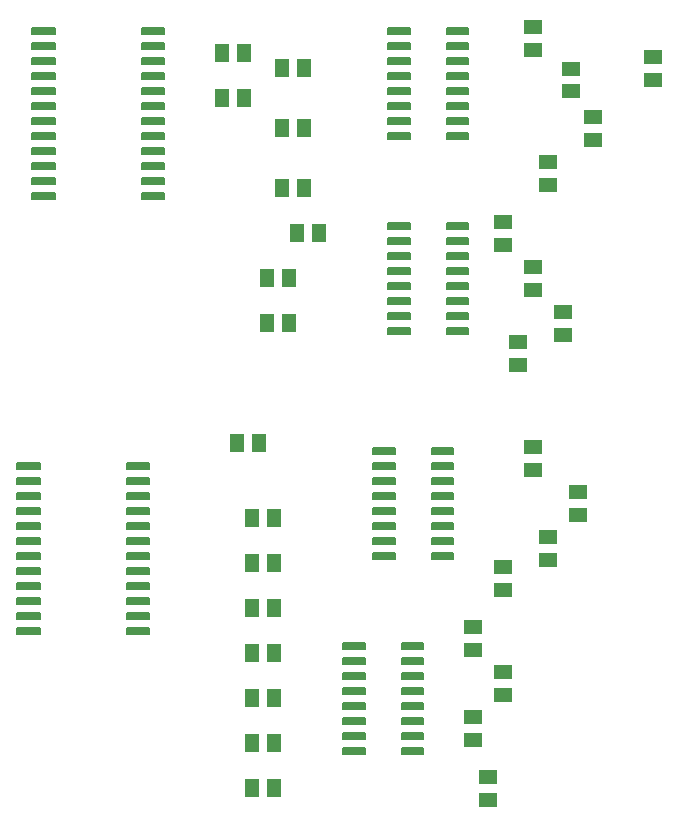
<source format=gtp>
G04 EAGLE Gerber RS-274X export*
G75*
%MOMM*%
%FSLAX34Y34*%
%LPD*%
%INSolderpaste Top*%
%IPPOS*%
%AMOC8*
5,1,8,0,0,1.08239X$1,22.5*%
G01*
%ADD10R,1.300000X1.500000*%
%ADD11R,1.500000X1.300000*%
%ADD12C,0.150000*%


D10*
X365100Y838200D03*
X346100Y838200D03*
X390500Y444500D03*
X371500Y444500D03*
X390500Y406400D03*
X371500Y406400D03*
X390500Y368300D03*
X371500Y368300D03*
X371500Y330200D03*
X390500Y330200D03*
X371500Y292100D03*
X390500Y292100D03*
X371500Y254000D03*
X390500Y254000D03*
X371500Y215900D03*
X390500Y215900D03*
D11*
X609600Y841400D03*
X609600Y860400D03*
X584200Y676300D03*
X584200Y695300D03*
X609600Y485800D03*
X609600Y504800D03*
D10*
X415900Y825500D03*
X396900Y825500D03*
D11*
X641604Y825348D03*
X641604Y806348D03*
X609600Y657200D03*
X609600Y638200D03*
X647700Y466700D03*
X647700Y447700D03*
X660400Y765200D03*
X660400Y784200D03*
X635000Y600100D03*
X635000Y619100D03*
X622300Y409600D03*
X622300Y428600D03*
X622300Y746100D03*
X622300Y727100D03*
X596900Y593700D03*
X596900Y574700D03*
X584200Y403200D03*
X584200Y384200D03*
X558800Y333400D03*
X558800Y352400D03*
D10*
X365100Y800100D03*
X346100Y800100D03*
D11*
X584200Y314300D03*
X584200Y295300D03*
X558800Y257200D03*
X558800Y276200D03*
X571500Y225400D03*
X571500Y206400D03*
X711200Y816000D03*
X711200Y835000D03*
D10*
X415900Y774700D03*
X396900Y774700D03*
X396900Y723900D03*
X415900Y723900D03*
X409600Y685800D03*
X428600Y685800D03*
X384200Y647700D03*
X403200Y647700D03*
X384200Y609600D03*
X403200Y609600D03*
X377800Y508000D03*
X358800Y508000D03*
D12*
X486850Y855000D02*
X505050Y855000D01*
X486850Y855000D02*
X486850Y859500D01*
X505050Y859500D01*
X505050Y855000D01*
X505050Y856425D02*
X486850Y856425D01*
X486850Y857850D02*
X505050Y857850D01*
X505050Y859275D02*
X486850Y859275D01*
X486850Y842300D02*
X505050Y842300D01*
X486850Y842300D02*
X486850Y846800D01*
X505050Y846800D01*
X505050Y842300D01*
X505050Y843725D02*
X486850Y843725D01*
X486850Y845150D02*
X505050Y845150D01*
X505050Y846575D02*
X486850Y846575D01*
X486850Y829600D02*
X505050Y829600D01*
X486850Y829600D02*
X486850Y834100D01*
X505050Y834100D01*
X505050Y829600D01*
X505050Y831025D02*
X486850Y831025D01*
X486850Y832450D02*
X505050Y832450D01*
X505050Y833875D02*
X486850Y833875D01*
X486850Y816900D02*
X505050Y816900D01*
X486850Y816900D02*
X486850Y821400D01*
X505050Y821400D01*
X505050Y816900D01*
X505050Y818325D02*
X486850Y818325D01*
X486850Y819750D02*
X505050Y819750D01*
X505050Y821175D02*
X486850Y821175D01*
X486850Y804200D02*
X505050Y804200D01*
X486850Y804200D02*
X486850Y808700D01*
X505050Y808700D01*
X505050Y804200D01*
X505050Y805625D02*
X486850Y805625D01*
X486850Y807050D02*
X505050Y807050D01*
X505050Y808475D02*
X486850Y808475D01*
X486850Y791500D02*
X505050Y791500D01*
X486850Y791500D02*
X486850Y796000D01*
X505050Y796000D01*
X505050Y791500D01*
X505050Y792925D02*
X486850Y792925D01*
X486850Y794350D02*
X505050Y794350D01*
X505050Y795775D02*
X486850Y795775D01*
X486850Y778800D02*
X505050Y778800D01*
X486850Y778800D02*
X486850Y783300D01*
X505050Y783300D01*
X505050Y778800D01*
X505050Y780225D02*
X486850Y780225D01*
X486850Y781650D02*
X505050Y781650D01*
X505050Y783075D02*
X486850Y783075D01*
X486850Y766100D02*
X505050Y766100D01*
X486850Y766100D02*
X486850Y770600D01*
X505050Y770600D01*
X505050Y766100D01*
X505050Y767525D02*
X486850Y767525D01*
X486850Y768950D02*
X505050Y768950D01*
X505050Y770375D02*
X486850Y770375D01*
X536350Y766100D02*
X554550Y766100D01*
X536350Y766100D02*
X536350Y770600D01*
X554550Y770600D01*
X554550Y766100D01*
X554550Y767525D02*
X536350Y767525D01*
X536350Y768950D02*
X554550Y768950D01*
X554550Y770375D02*
X536350Y770375D01*
X536350Y778800D02*
X554550Y778800D01*
X536350Y778800D02*
X536350Y783300D01*
X554550Y783300D01*
X554550Y778800D01*
X554550Y780225D02*
X536350Y780225D01*
X536350Y781650D02*
X554550Y781650D01*
X554550Y783075D02*
X536350Y783075D01*
X536350Y791500D02*
X554550Y791500D01*
X536350Y791500D02*
X536350Y796000D01*
X554550Y796000D01*
X554550Y791500D01*
X554550Y792925D02*
X536350Y792925D01*
X536350Y794350D02*
X554550Y794350D01*
X554550Y795775D02*
X536350Y795775D01*
X536350Y804200D02*
X554550Y804200D01*
X536350Y804200D02*
X536350Y808700D01*
X554550Y808700D01*
X554550Y804200D01*
X554550Y805625D02*
X536350Y805625D01*
X536350Y807050D02*
X554550Y807050D01*
X554550Y808475D02*
X536350Y808475D01*
X536350Y816900D02*
X554550Y816900D01*
X536350Y816900D02*
X536350Y821400D01*
X554550Y821400D01*
X554550Y816900D01*
X554550Y818325D02*
X536350Y818325D01*
X536350Y819750D02*
X554550Y819750D01*
X554550Y821175D02*
X536350Y821175D01*
X536350Y829600D02*
X554550Y829600D01*
X536350Y829600D02*
X536350Y834100D01*
X554550Y834100D01*
X554550Y829600D01*
X554550Y831025D02*
X536350Y831025D01*
X536350Y832450D02*
X554550Y832450D01*
X554550Y833875D02*
X536350Y833875D01*
X536350Y842300D02*
X554550Y842300D01*
X536350Y842300D02*
X536350Y846800D01*
X554550Y846800D01*
X554550Y842300D01*
X554550Y843725D02*
X536350Y843725D01*
X536350Y845150D02*
X554550Y845150D01*
X554550Y846575D02*
X536350Y846575D01*
X536350Y855000D02*
X554550Y855000D01*
X536350Y855000D02*
X536350Y859500D01*
X554550Y859500D01*
X554550Y855000D01*
X554550Y856425D02*
X536350Y856425D01*
X536350Y857850D02*
X554550Y857850D01*
X554550Y859275D02*
X536350Y859275D01*
X505050Y689900D02*
X486850Y689900D01*
X486850Y694400D01*
X505050Y694400D01*
X505050Y689900D01*
X505050Y691325D02*
X486850Y691325D01*
X486850Y692750D02*
X505050Y692750D01*
X505050Y694175D02*
X486850Y694175D01*
X486850Y677200D02*
X505050Y677200D01*
X486850Y677200D02*
X486850Y681700D01*
X505050Y681700D01*
X505050Y677200D01*
X505050Y678625D02*
X486850Y678625D01*
X486850Y680050D02*
X505050Y680050D01*
X505050Y681475D02*
X486850Y681475D01*
X486850Y664500D02*
X505050Y664500D01*
X486850Y664500D02*
X486850Y669000D01*
X505050Y669000D01*
X505050Y664500D01*
X505050Y665925D02*
X486850Y665925D01*
X486850Y667350D02*
X505050Y667350D01*
X505050Y668775D02*
X486850Y668775D01*
X486850Y651800D02*
X505050Y651800D01*
X486850Y651800D02*
X486850Y656300D01*
X505050Y656300D01*
X505050Y651800D01*
X505050Y653225D02*
X486850Y653225D01*
X486850Y654650D02*
X505050Y654650D01*
X505050Y656075D02*
X486850Y656075D01*
X486850Y639100D02*
X505050Y639100D01*
X486850Y639100D02*
X486850Y643600D01*
X505050Y643600D01*
X505050Y639100D01*
X505050Y640525D02*
X486850Y640525D01*
X486850Y641950D02*
X505050Y641950D01*
X505050Y643375D02*
X486850Y643375D01*
X486850Y626400D02*
X505050Y626400D01*
X486850Y626400D02*
X486850Y630900D01*
X505050Y630900D01*
X505050Y626400D01*
X505050Y627825D02*
X486850Y627825D01*
X486850Y629250D02*
X505050Y629250D01*
X505050Y630675D02*
X486850Y630675D01*
X486850Y613700D02*
X505050Y613700D01*
X486850Y613700D02*
X486850Y618200D01*
X505050Y618200D01*
X505050Y613700D01*
X505050Y615125D02*
X486850Y615125D01*
X486850Y616550D02*
X505050Y616550D01*
X505050Y617975D02*
X486850Y617975D01*
X486850Y601000D02*
X505050Y601000D01*
X486850Y601000D02*
X486850Y605500D01*
X505050Y605500D01*
X505050Y601000D01*
X505050Y602425D02*
X486850Y602425D01*
X486850Y603850D02*
X505050Y603850D01*
X505050Y605275D02*
X486850Y605275D01*
X536350Y601000D02*
X554550Y601000D01*
X536350Y601000D02*
X536350Y605500D01*
X554550Y605500D01*
X554550Y601000D01*
X554550Y602425D02*
X536350Y602425D01*
X536350Y603850D02*
X554550Y603850D01*
X554550Y605275D02*
X536350Y605275D01*
X536350Y613700D02*
X554550Y613700D01*
X536350Y613700D02*
X536350Y618200D01*
X554550Y618200D01*
X554550Y613700D01*
X554550Y615125D02*
X536350Y615125D01*
X536350Y616550D02*
X554550Y616550D01*
X554550Y617975D02*
X536350Y617975D01*
X536350Y626400D02*
X554550Y626400D01*
X536350Y626400D02*
X536350Y630900D01*
X554550Y630900D01*
X554550Y626400D01*
X554550Y627825D02*
X536350Y627825D01*
X536350Y629250D02*
X554550Y629250D01*
X554550Y630675D02*
X536350Y630675D01*
X536350Y639100D02*
X554550Y639100D01*
X536350Y639100D02*
X536350Y643600D01*
X554550Y643600D01*
X554550Y639100D01*
X554550Y640525D02*
X536350Y640525D01*
X536350Y641950D02*
X554550Y641950D01*
X554550Y643375D02*
X536350Y643375D01*
X536350Y651800D02*
X554550Y651800D01*
X536350Y651800D02*
X536350Y656300D01*
X554550Y656300D01*
X554550Y651800D01*
X554550Y653225D02*
X536350Y653225D01*
X536350Y654650D02*
X554550Y654650D01*
X554550Y656075D02*
X536350Y656075D01*
X536350Y664500D02*
X554550Y664500D01*
X536350Y664500D02*
X536350Y669000D01*
X554550Y669000D01*
X554550Y664500D01*
X554550Y665925D02*
X536350Y665925D01*
X536350Y667350D02*
X554550Y667350D01*
X554550Y668775D02*
X536350Y668775D01*
X536350Y677200D02*
X554550Y677200D01*
X536350Y677200D02*
X536350Y681700D01*
X554550Y681700D01*
X554550Y677200D01*
X554550Y678625D02*
X536350Y678625D01*
X536350Y680050D02*
X554550Y680050D01*
X554550Y681475D02*
X536350Y681475D01*
X536350Y689900D02*
X554550Y689900D01*
X536350Y689900D02*
X536350Y694400D01*
X554550Y694400D01*
X554550Y689900D01*
X554550Y691325D02*
X536350Y691325D01*
X536350Y692750D02*
X554550Y692750D01*
X554550Y694175D02*
X536350Y694175D01*
X492350Y499400D02*
X474150Y499400D01*
X474150Y503900D01*
X492350Y503900D01*
X492350Y499400D01*
X492350Y500825D02*
X474150Y500825D01*
X474150Y502250D02*
X492350Y502250D01*
X492350Y503675D02*
X474150Y503675D01*
X474150Y486700D02*
X492350Y486700D01*
X474150Y486700D02*
X474150Y491200D01*
X492350Y491200D01*
X492350Y486700D01*
X492350Y488125D02*
X474150Y488125D01*
X474150Y489550D02*
X492350Y489550D01*
X492350Y490975D02*
X474150Y490975D01*
X474150Y474000D02*
X492350Y474000D01*
X474150Y474000D02*
X474150Y478500D01*
X492350Y478500D01*
X492350Y474000D01*
X492350Y475425D02*
X474150Y475425D01*
X474150Y476850D02*
X492350Y476850D01*
X492350Y478275D02*
X474150Y478275D01*
X474150Y461300D02*
X492350Y461300D01*
X474150Y461300D02*
X474150Y465800D01*
X492350Y465800D01*
X492350Y461300D01*
X492350Y462725D02*
X474150Y462725D01*
X474150Y464150D02*
X492350Y464150D01*
X492350Y465575D02*
X474150Y465575D01*
X474150Y448600D02*
X492350Y448600D01*
X474150Y448600D02*
X474150Y453100D01*
X492350Y453100D01*
X492350Y448600D01*
X492350Y450025D02*
X474150Y450025D01*
X474150Y451450D02*
X492350Y451450D01*
X492350Y452875D02*
X474150Y452875D01*
X474150Y435900D02*
X492350Y435900D01*
X474150Y435900D02*
X474150Y440400D01*
X492350Y440400D01*
X492350Y435900D01*
X492350Y437325D02*
X474150Y437325D01*
X474150Y438750D02*
X492350Y438750D01*
X492350Y440175D02*
X474150Y440175D01*
X474150Y423200D02*
X492350Y423200D01*
X474150Y423200D02*
X474150Y427700D01*
X492350Y427700D01*
X492350Y423200D01*
X492350Y424625D02*
X474150Y424625D01*
X474150Y426050D02*
X492350Y426050D01*
X492350Y427475D02*
X474150Y427475D01*
X474150Y410500D02*
X492350Y410500D01*
X474150Y410500D02*
X474150Y415000D01*
X492350Y415000D01*
X492350Y410500D01*
X492350Y411925D02*
X474150Y411925D01*
X474150Y413350D02*
X492350Y413350D01*
X492350Y414775D02*
X474150Y414775D01*
X523650Y410500D02*
X541850Y410500D01*
X523650Y410500D02*
X523650Y415000D01*
X541850Y415000D01*
X541850Y410500D01*
X541850Y411925D02*
X523650Y411925D01*
X523650Y413350D02*
X541850Y413350D01*
X541850Y414775D02*
X523650Y414775D01*
X523650Y423200D02*
X541850Y423200D01*
X523650Y423200D02*
X523650Y427700D01*
X541850Y427700D01*
X541850Y423200D01*
X541850Y424625D02*
X523650Y424625D01*
X523650Y426050D02*
X541850Y426050D01*
X541850Y427475D02*
X523650Y427475D01*
X523650Y435900D02*
X541850Y435900D01*
X523650Y435900D02*
X523650Y440400D01*
X541850Y440400D01*
X541850Y435900D01*
X541850Y437325D02*
X523650Y437325D01*
X523650Y438750D02*
X541850Y438750D01*
X541850Y440175D02*
X523650Y440175D01*
X523650Y448600D02*
X541850Y448600D01*
X523650Y448600D02*
X523650Y453100D01*
X541850Y453100D01*
X541850Y448600D01*
X541850Y450025D02*
X523650Y450025D01*
X523650Y451450D02*
X541850Y451450D01*
X541850Y452875D02*
X523650Y452875D01*
X523650Y461300D02*
X541850Y461300D01*
X523650Y461300D02*
X523650Y465800D01*
X541850Y465800D01*
X541850Y461300D01*
X541850Y462725D02*
X523650Y462725D01*
X523650Y464150D02*
X541850Y464150D01*
X541850Y465575D02*
X523650Y465575D01*
X523650Y474000D02*
X541850Y474000D01*
X523650Y474000D02*
X523650Y478500D01*
X541850Y478500D01*
X541850Y474000D01*
X541850Y475425D02*
X523650Y475425D01*
X523650Y476850D02*
X541850Y476850D01*
X541850Y478275D02*
X523650Y478275D01*
X523650Y486700D02*
X541850Y486700D01*
X523650Y486700D02*
X523650Y491200D01*
X541850Y491200D01*
X541850Y486700D01*
X541850Y488125D02*
X523650Y488125D01*
X523650Y489550D02*
X541850Y489550D01*
X541850Y490975D02*
X523650Y490975D01*
X523650Y499400D02*
X541850Y499400D01*
X523650Y499400D02*
X523650Y503900D01*
X541850Y503900D01*
X541850Y499400D01*
X541850Y500825D02*
X523650Y500825D01*
X523650Y502250D02*
X541850Y502250D01*
X541850Y503675D02*
X523650Y503675D01*
X466950Y334300D02*
X448750Y334300D01*
X448750Y338800D01*
X466950Y338800D01*
X466950Y334300D01*
X466950Y335725D02*
X448750Y335725D01*
X448750Y337150D02*
X466950Y337150D01*
X466950Y338575D02*
X448750Y338575D01*
X448750Y321600D02*
X466950Y321600D01*
X448750Y321600D02*
X448750Y326100D01*
X466950Y326100D01*
X466950Y321600D01*
X466950Y323025D02*
X448750Y323025D01*
X448750Y324450D02*
X466950Y324450D01*
X466950Y325875D02*
X448750Y325875D01*
X448750Y308900D02*
X466950Y308900D01*
X448750Y308900D02*
X448750Y313400D01*
X466950Y313400D01*
X466950Y308900D01*
X466950Y310325D02*
X448750Y310325D01*
X448750Y311750D02*
X466950Y311750D01*
X466950Y313175D02*
X448750Y313175D01*
X448750Y296200D02*
X466950Y296200D01*
X448750Y296200D02*
X448750Y300700D01*
X466950Y300700D01*
X466950Y296200D01*
X466950Y297625D02*
X448750Y297625D01*
X448750Y299050D02*
X466950Y299050D01*
X466950Y300475D02*
X448750Y300475D01*
X448750Y283500D02*
X466950Y283500D01*
X448750Y283500D02*
X448750Y288000D01*
X466950Y288000D01*
X466950Y283500D01*
X466950Y284925D02*
X448750Y284925D01*
X448750Y286350D02*
X466950Y286350D01*
X466950Y287775D02*
X448750Y287775D01*
X448750Y270800D02*
X466950Y270800D01*
X448750Y270800D02*
X448750Y275300D01*
X466950Y275300D01*
X466950Y270800D01*
X466950Y272225D02*
X448750Y272225D01*
X448750Y273650D02*
X466950Y273650D01*
X466950Y275075D02*
X448750Y275075D01*
X448750Y258100D02*
X466950Y258100D01*
X448750Y258100D02*
X448750Y262600D01*
X466950Y262600D01*
X466950Y258100D01*
X466950Y259525D02*
X448750Y259525D01*
X448750Y260950D02*
X466950Y260950D01*
X466950Y262375D02*
X448750Y262375D01*
X448750Y245400D02*
X466950Y245400D01*
X448750Y245400D02*
X448750Y249900D01*
X466950Y249900D01*
X466950Y245400D01*
X466950Y246825D02*
X448750Y246825D01*
X448750Y248250D02*
X466950Y248250D01*
X466950Y249675D02*
X448750Y249675D01*
X498250Y245400D02*
X516450Y245400D01*
X498250Y245400D02*
X498250Y249900D01*
X516450Y249900D01*
X516450Y245400D01*
X516450Y246825D02*
X498250Y246825D01*
X498250Y248250D02*
X516450Y248250D01*
X516450Y249675D02*
X498250Y249675D01*
X498250Y258100D02*
X516450Y258100D01*
X498250Y258100D02*
X498250Y262600D01*
X516450Y262600D01*
X516450Y258100D01*
X516450Y259525D02*
X498250Y259525D01*
X498250Y260950D02*
X516450Y260950D01*
X516450Y262375D02*
X498250Y262375D01*
X498250Y270800D02*
X516450Y270800D01*
X498250Y270800D02*
X498250Y275300D01*
X516450Y275300D01*
X516450Y270800D01*
X516450Y272225D02*
X498250Y272225D01*
X498250Y273650D02*
X516450Y273650D01*
X516450Y275075D02*
X498250Y275075D01*
X498250Y283500D02*
X516450Y283500D01*
X498250Y283500D02*
X498250Y288000D01*
X516450Y288000D01*
X516450Y283500D01*
X516450Y284925D02*
X498250Y284925D01*
X498250Y286350D02*
X516450Y286350D01*
X516450Y287775D02*
X498250Y287775D01*
X498250Y296200D02*
X516450Y296200D01*
X498250Y296200D02*
X498250Y300700D01*
X516450Y300700D01*
X516450Y296200D01*
X516450Y297625D02*
X498250Y297625D01*
X498250Y299050D02*
X516450Y299050D01*
X516450Y300475D02*
X498250Y300475D01*
X498250Y308900D02*
X516450Y308900D01*
X498250Y308900D02*
X498250Y313400D01*
X516450Y313400D01*
X516450Y308900D01*
X516450Y310325D02*
X498250Y310325D01*
X498250Y311750D02*
X516450Y311750D01*
X516450Y313175D02*
X498250Y313175D01*
X498250Y321600D02*
X516450Y321600D01*
X498250Y321600D02*
X498250Y326100D01*
X516450Y326100D01*
X516450Y321600D01*
X516450Y323025D02*
X498250Y323025D01*
X498250Y324450D02*
X516450Y324450D01*
X516450Y325875D02*
X498250Y325875D01*
X498250Y334300D02*
X516450Y334300D01*
X498250Y334300D02*
X498250Y338800D01*
X516450Y338800D01*
X516450Y334300D01*
X516450Y335725D02*
X498250Y335725D01*
X498250Y337150D02*
X516450Y337150D01*
X516450Y338575D02*
X498250Y338575D01*
X204450Y855000D02*
X185350Y855000D01*
X185350Y859500D01*
X204450Y859500D01*
X204450Y855000D01*
X204450Y856425D02*
X185350Y856425D01*
X185350Y857850D02*
X204450Y857850D01*
X204450Y859275D02*
X185350Y859275D01*
X185350Y842300D02*
X204450Y842300D01*
X185350Y842300D02*
X185350Y846800D01*
X204450Y846800D01*
X204450Y842300D01*
X204450Y843725D02*
X185350Y843725D01*
X185350Y845150D02*
X204450Y845150D01*
X204450Y846575D02*
X185350Y846575D01*
X185350Y829600D02*
X204450Y829600D01*
X185350Y829600D02*
X185350Y834100D01*
X204450Y834100D01*
X204450Y829600D01*
X204450Y831025D02*
X185350Y831025D01*
X185350Y832450D02*
X204450Y832450D01*
X204450Y833875D02*
X185350Y833875D01*
X185350Y816900D02*
X204450Y816900D01*
X185350Y816900D02*
X185350Y821400D01*
X204450Y821400D01*
X204450Y816900D01*
X204450Y818325D02*
X185350Y818325D01*
X185350Y819750D02*
X204450Y819750D01*
X204450Y821175D02*
X185350Y821175D01*
X185350Y804200D02*
X204450Y804200D01*
X185350Y804200D02*
X185350Y808700D01*
X204450Y808700D01*
X204450Y804200D01*
X204450Y805625D02*
X185350Y805625D01*
X185350Y807050D02*
X204450Y807050D01*
X204450Y808475D02*
X185350Y808475D01*
X185350Y791500D02*
X204450Y791500D01*
X185350Y791500D02*
X185350Y796000D01*
X204450Y796000D01*
X204450Y791500D01*
X204450Y792925D02*
X185350Y792925D01*
X185350Y794350D02*
X204450Y794350D01*
X204450Y795775D02*
X185350Y795775D01*
X185350Y778800D02*
X204450Y778800D01*
X185350Y778800D02*
X185350Y783300D01*
X204450Y783300D01*
X204450Y778800D01*
X204450Y780225D02*
X185350Y780225D01*
X185350Y781650D02*
X204450Y781650D01*
X204450Y783075D02*
X185350Y783075D01*
X185350Y766100D02*
X204450Y766100D01*
X185350Y766100D02*
X185350Y770600D01*
X204450Y770600D01*
X204450Y766100D01*
X204450Y767525D02*
X185350Y767525D01*
X185350Y768950D02*
X204450Y768950D01*
X204450Y770375D02*
X185350Y770375D01*
X185350Y753400D02*
X204450Y753400D01*
X185350Y753400D02*
X185350Y757900D01*
X204450Y757900D01*
X204450Y753400D01*
X204450Y754825D02*
X185350Y754825D01*
X185350Y756250D02*
X204450Y756250D01*
X204450Y757675D02*
X185350Y757675D01*
X185350Y740700D02*
X204450Y740700D01*
X185350Y740700D02*
X185350Y745200D01*
X204450Y745200D01*
X204450Y740700D01*
X204450Y742125D02*
X185350Y742125D01*
X185350Y743550D02*
X204450Y743550D01*
X204450Y744975D02*
X185350Y744975D01*
X185350Y728000D02*
X204450Y728000D01*
X185350Y728000D02*
X185350Y732500D01*
X204450Y732500D01*
X204450Y728000D01*
X204450Y729425D02*
X185350Y729425D01*
X185350Y730850D02*
X204450Y730850D01*
X204450Y732275D02*
X185350Y732275D01*
X185350Y715300D02*
X204450Y715300D01*
X185350Y715300D02*
X185350Y719800D01*
X204450Y719800D01*
X204450Y715300D01*
X204450Y716725D02*
X185350Y716725D01*
X185350Y718150D02*
X204450Y718150D01*
X204450Y719575D02*
X185350Y719575D01*
X278150Y715300D02*
X297250Y715300D01*
X278150Y715300D02*
X278150Y719800D01*
X297250Y719800D01*
X297250Y715300D01*
X297250Y716725D02*
X278150Y716725D01*
X278150Y718150D02*
X297250Y718150D01*
X297250Y719575D02*
X278150Y719575D01*
X278150Y728000D02*
X297250Y728000D01*
X278150Y728000D02*
X278150Y732500D01*
X297250Y732500D01*
X297250Y728000D01*
X297250Y729425D02*
X278150Y729425D01*
X278150Y730850D02*
X297250Y730850D01*
X297250Y732275D02*
X278150Y732275D01*
X278150Y740700D02*
X297250Y740700D01*
X278150Y740700D02*
X278150Y745200D01*
X297250Y745200D01*
X297250Y740700D01*
X297250Y742125D02*
X278150Y742125D01*
X278150Y743550D02*
X297250Y743550D01*
X297250Y744975D02*
X278150Y744975D01*
X278150Y753400D02*
X297250Y753400D01*
X278150Y753400D02*
X278150Y757900D01*
X297250Y757900D01*
X297250Y753400D01*
X297250Y754825D02*
X278150Y754825D01*
X278150Y756250D02*
X297250Y756250D01*
X297250Y757675D02*
X278150Y757675D01*
X278150Y766100D02*
X297250Y766100D01*
X278150Y766100D02*
X278150Y770600D01*
X297250Y770600D01*
X297250Y766100D01*
X297250Y767525D02*
X278150Y767525D01*
X278150Y768950D02*
X297250Y768950D01*
X297250Y770375D02*
X278150Y770375D01*
X278150Y778800D02*
X297250Y778800D01*
X278150Y778800D02*
X278150Y783300D01*
X297250Y783300D01*
X297250Y778800D01*
X297250Y780225D02*
X278150Y780225D01*
X278150Y781650D02*
X297250Y781650D01*
X297250Y783075D02*
X278150Y783075D01*
X278150Y791500D02*
X297250Y791500D01*
X278150Y791500D02*
X278150Y796000D01*
X297250Y796000D01*
X297250Y791500D01*
X297250Y792925D02*
X278150Y792925D01*
X278150Y794350D02*
X297250Y794350D01*
X297250Y795775D02*
X278150Y795775D01*
X278150Y804200D02*
X297250Y804200D01*
X278150Y804200D02*
X278150Y808700D01*
X297250Y808700D01*
X297250Y804200D01*
X297250Y805625D02*
X278150Y805625D01*
X278150Y807050D02*
X297250Y807050D01*
X297250Y808475D02*
X278150Y808475D01*
X278150Y816900D02*
X297250Y816900D01*
X278150Y816900D02*
X278150Y821400D01*
X297250Y821400D01*
X297250Y816900D01*
X297250Y818325D02*
X278150Y818325D01*
X278150Y819750D02*
X297250Y819750D01*
X297250Y821175D02*
X278150Y821175D01*
X278150Y829600D02*
X297250Y829600D01*
X278150Y829600D02*
X278150Y834100D01*
X297250Y834100D01*
X297250Y829600D01*
X297250Y831025D02*
X278150Y831025D01*
X278150Y832450D02*
X297250Y832450D01*
X297250Y833875D02*
X278150Y833875D01*
X278150Y842300D02*
X297250Y842300D01*
X278150Y842300D02*
X278150Y846800D01*
X297250Y846800D01*
X297250Y842300D01*
X297250Y843725D02*
X278150Y843725D01*
X278150Y845150D02*
X297250Y845150D01*
X297250Y846575D02*
X278150Y846575D01*
X278150Y855000D02*
X297250Y855000D01*
X278150Y855000D02*
X278150Y859500D01*
X297250Y859500D01*
X297250Y855000D01*
X297250Y856425D02*
X278150Y856425D01*
X278150Y857850D02*
X297250Y857850D01*
X297250Y859275D02*
X278150Y859275D01*
X191750Y486700D02*
X172650Y486700D01*
X172650Y491200D01*
X191750Y491200D01*
X191750Y486700D01*
X191750Y488125D02*
X172650Y488125D01*
X172650Y489550D02*
X191750Y489550D01*
X191750Y490975D02*
X172650Y490975D01*
X172650Y474000D02*
X191750Y474000D01*
X172650Y474000D02*
X172650Y478500D01*
X191750Y478500D01*
X191750Y474000D01*
X191750Y475425D02*
X172650Y475425D01*
X172650Y476850D02*
X191750Y476850D01*
X191750Y478275D02*
X172650Y478275D01*
X172650Y461300D02*
X191750Y461300D01*
X172650Y461300D02*
X172650Y465800D01*
X191750Y465800D01*
X191750Y461300D01*
X191750Y462725D02*
X172650Y462725D01*
X172650Y464150D02*
X191750Y464150D01*
X191750Y465575D02*
X172650Y465575D01*
X172650Y448600D02*
X191750Y448600D01*
X172650Y448600D02*
X172650Y453100D01*
X191750Y453100D01*
X191750Y448600D01*
X191750Y450025D02*
X172650Y450025D01*
X172650Y451450D02*
X191750Y451450D01*
X191750Y452875D02*
X172650Y452875D01*
X172650Y435900D02*
X191750Y435900D01*
X172650Y435900D02*
X172650Y440400D01*
X191750Y440400D01*
X191750Y435900D01*
X191750Y437325D02*
X172650Y437325D01*
X172650Y438750D02*
X191750Y438750D01*
X191750Y440175D02*
X172650Y440175D01*
X172650Y423200D02*
X191750Y423200D01*
X172650Y423200D02*
X172650Y427700D01*
X191750Y427700D01*
X191750Y423200D01*
X191750Y424625D02*
X172650Y424625D01*
X172650Y426050D02*
X191750Y426050D01*
X191750Y427475D02*
X172650Y427475D01*
X172650Y410500D02*
X191750Y410500D01*
X172650Y410500D02*
X172650Y415000D01*
X191750Y415000D01*
X191750Y410500D01*
X191750Y411925D02*
X172650Y411925D01*
X172650Y413350D02*
X191750Y413350D01*
X191750Y414775D02*
X172650Y414775D01*
X172650Y397800D02*
X191750Y397800D01*
X172650Y397800D02*
X172650Y402300D01*
X191750Y402300D01*
X191750Y397800D01*
X191750Y399225D02*
X172650Y399225D01*
X172650Y400650D02*
X191750Y400650D01*
X191750Y402075D02*
X172650Y402075D01*
X172650Y385100D02*
X191750Y385100D01*
X172650Y385100D02*
X172650Y389600D01*
X191750Y389600D01*
X191750Y385100D01*
X191750Y386525D02*
X172650Y386525D01*
X172650Y387950D02*
X191750Y387950D01*
X191750Y389375D02*
X172650Y389375D01*
X172650Y372400D02*
X191750Y372400D01*
X172650Y372400D02*
X172650Y376900D01*
X191750Y376900D01*
X191750Y372400D01*
X191750Y373825D02*
X172650Y373825D01*
X172650Y375250D02*
X191750Y375250D01*
X191750Y376675D02*
X172650Y376675D01*
X172650Y359700D02*
X191750Y359700D01*
X172650Y359700D02*
X172650Y364200D01*
X191750Y364200D01*
X191750Y359700D01*
X191750Y361125D02*
X172650Y361125D01*
X172650Y362550D02*
X191750Y362550D01*
X191750Y363975D02*
X172650Y363975D01*
X172650Y347000D02*
X191750Y347000D01*
X172650Y347000D02*
X172650Y351500D01*
X191750Y351500D01*
X191750Y347000D01*
X191750Y348425D02*
X172650Y348425D01*
X172650Y349850D02*
X191750Y349850D01*
X191750Y351275D02*
X172650Y351275D01*
X265450Y347000D02*
X284550Y347000D01*
X265450Y347000D02*
X265450Y351500D01*
X284550Y351500D01*
X284550Y347000D01*
X284550Y348425D02*
X265450Y348425D01*
X265450Y349850D02*
X284550Y349850D01*
X284550Y351275D02*
X265450Y351275D01*
X265450Y359700D02*
X284550Y359700D01*
X265450Y359700D02*
X265450Y364200D01*
X284550Y364200D01*
X284550Y359700D01*
X284550Y361125D02*
X265450Y361125D01*
X265450Y362550D02*
X284550Y362550D01*
X284550Y363975D02*
X265450Y363975D01*
X265450Y372400D02*
X284550Y372400D01*
X265450Y372400D02*
X265450Y376900D01*
X284550Y376900D01*
X284550Y372400D01*
X284550Y373825D02*
X265450Y373825D01*
X265450Y375250D02*
X284550Y375250D01*
X284550Y376675D02*
X265450Y376675D01*
X265450Y385100D02*
X284550Y385100D01*
X265450Y385100D02*
X265450Y389600D01*
X284550Y389600D01*
X284550Y385100D01*
X284550Y386525D02*
X265450Y386525D01*
X265450Y387950D02*
X284550Y387950D01*
X284550Y389375D02*
X265450Y389375D01*
X265450Y397800D02*
X284550Y397800D01*
X265450Y397800D02*
X265450Y402300D01*
X284550Y402300D01*
X284550Y397800D01*
X284550Y399225D02*
X265450Y399225D01*
X265450Y400650D02*
X284550Y400650D01*
X284550Y402075D02*
X265450Y402075D01*
X265450Y410500D02*
X284550Y410500D01*
X265450Y410500D02*
X265450Y415000D01*
X284550Y415000D01*
X284550Y410500D01*
X284550Y411925D02*
X265450Y411925D01*
X265450Y413350D02*
X284550Y413350D01*
X284550Y414775D02*
X265450Y414775D01*
X265450Y423200D02*
X284550Y423200D01*
X265450Y423200D02*
X265450Y427700D01*
X284550Y427700D01*
X284550Y423200D01*
X284550Y424625D02*
X265450Y424625D01*
X265450Y426050D02*
X284550Y426050D01*
X284550Y427475D02*
X265450Y427475D01*
X265450Y435900D02*
X284550Y435900D01*
X265450Y435900D02*
X265450Y440400D01*
X284550Y440400D01*
X284550Y435900D01*
X284550Y437325D02*
X265450Y437325D01*
X265450Y438750D02*
X284550Y438750D01*
X284550Y440175D02*
X265450Y440175D01*
X265450Y448600D02*
X284550Y448600D01*
X265450Y448600D02*
X265450Y453100D01*
X284550Y453100D01*
X284550Y448600D01*
X284550Y450025D02*
X265450Y450025D01*
X265450Y451450D02*
X284550Y451450D01*
X284550Y452875D02*
X265450Y452875D01*
X265450Y461300D02*
X284550Y461300D01*
X265450Y461300D02*
X265450Y465800D01*
X284550Y465800D01*
X284550Y461300D01*
X284550Y462725D02*
X265450Y462725D01*
X265450Y464150D02*
X284550Y464150D01*
X284550Y465575D02*
X265450Y465575D01*
X265450Y474000D02*
X284550Y474000D01*
X265450Y474000D02*
X265450Y478500D01*
X284550Y478500D01*
X284550Y474000D01*
X284550Y475425D02*
X265450Y475425D01*
X265450Y476850D02*
X284550Y476850D01*
X284550Y478275D02*
X265450Y478275D01*
X265450Y486700D02*
X284550Y486700D01*
X265450Y486700D02*
X265450Y491200D01*
X284550Y491200D01*
X284550Y486700D01*
X284550Y488125D02*
X265450Y488125D01*
X265450Y489550D02*
X284550Y489550D01*
X284550Y490975D02*
X265450Y490975D01*
M02*

</source>
